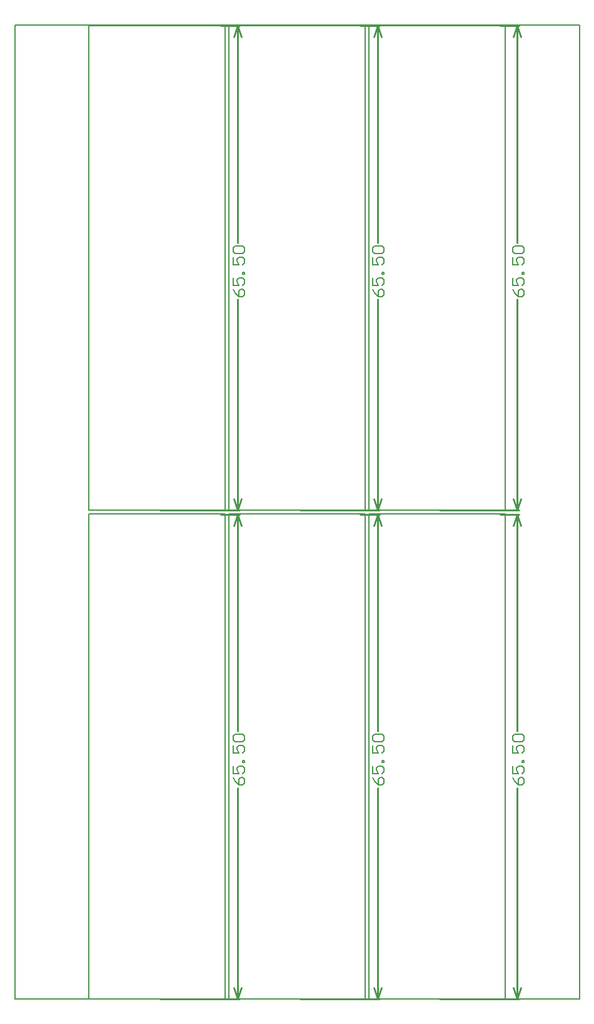
<source format=gm1>
G04*
G04 #@! TF.GenerationSoftware,Altium Limited,Altium Designer,18.1.9 (240)*
G04*
G04 Layer_Color=16711935*
%FSAX25Y25*%
%MOIN*%
G70*
G01*
G75*
%ADD43C,0.00787*%
%ADD66C,0.01000*%
%ADD67C,0.00600*%
D43*
X0243500Y0617500D02*
X0243500Y0099000D01*
X0243500Y0617500D02*
X0544500D01*
X0544500Y0099000D01*
X0243500D02*
X0544500D01*
X0283000Y0099000D02*
X0355598D01*
Y0357181D01*
X0283000D02*
X0355598D01*
X0283000Y0099000D02*
Y0357181D01*
X0357567Y0099000D02*
X0430165D01*
Y0357181D01*
X0357567D02*
X0430165D01*
X0357567Y0099000D02*
Y0357181D01*
X0432134Y0099000D02*
X0504732D01*
Y0357181D01*
X0432134D02*
X0504732D01*
X0432134Y0099000D02*
Y0357181D01*
X0283000Y0359149D02*
X0355598D01*
Y0617330D01*
X0283000D02*
X0355598D01*
X0283000Y0359149D02*
Y0617330D01*
X0357567Y0359149D02*
X0430165D01*
Y0617330D01*
X0357567D02*
X0430165D01*
X0357567Y0359149D02*
Y0617330D01*
X0432134Y0359149D02*
X0504732D01*
Y0617330D01*
X0432134D02*
X0504732D01*
X0432134Y0359149D02*
Y0617330D01*
D66*
X0353118Y0356913D02*
X0363173D01*
X0320835Y0099039D02*
X0363173D01*
X0362173Y0241472D02*
Y0356913D01*
Y0099039D02*
Y0211281D01*
X0360173Y0350913D02*
X0362173Y0356913D01*
X0364173Y0350913D01*
X0362173Y0099039D02*
X0364173Y0105039D01*
X0360173D02*
X0362173Y0099039D01*
X0427685Y0356913D02*
X0437740D01*
X0395402Y0099039D02*
X0437740D01*
X0436740Y0241472D02*
Y0356913D01*
Y0099039D02*
Y0211281D01*
X0434740Y0350913D02*
X0436740Y0356913D01*
X0438740Y0350913D01*
X0436740Y0099039D02*
X0438740Y0105039D01*
X0434740D02*
X0436740Y0099039D01*
X0502252Y0356913D02*
X0512307D01*
X0469969Y0099039D02*
X0512307D01*
X0511307Y0241472D02*
Y0356913D01*
Y0099039D02*
Y0211281D01*
X0509307Y0350913D02*
X0511307Y0356913D01*
X0513307Y0350913D01*
X0511307Y0099039D02*
X0513307Y0105039D01*
X0509307D02*
X0511307Y0099039D01*
X0353118Y0617063D02*
X0363173D01*
X0320835Y0359189D02*
X0363173D01*
X0362173Y0501621D02*
Y0617063D01*
Y0359189D02*
Y0471430D01*
X0360173Y0611063D02*
X0362173Y0617063D01*
X0364173Y0611063D01*
X0362173Y0359189D02*
X0364173Y0365189D01*
X0360173D02*
X0362173Y0359189D01*
X0427685Y0617063D02*
X0437740D01*
X0395402Y0359189D02*
X0437740D01*
X0436740Y0501621D02*
Y0617063D01*
Y0359189D02*
Y0471430D01*
X0434740Y0611063D02*
X0436740Y0617063D01*
X0438740Y0611063D01*
X0436740Y0359189D02*
X0438740Y0365189D01*
X0434740D02*
X0436740Y0359189D01*
X0502252Y0617063D02*
X0512307D01*
X0469969Y0359189D02*
X0512307D01*
X0511307Y0501621D02*
Y0617063D01*
Y0359189D02*
Y0471430D01*
X0509307Y0611063D02*
X0511307Y0617063D01*
X0513307Y0611063D01*
X0511307Y0359189D02*
X0513307Y0365189D01*
X0509307D02*
X0511307Y0359189D01*
D67*
X0359774Y0216879D02*
X0360774Y0214880D01*
X0362773Y0212881D01*
X0364773D01*
X0365772Y0213880D01*
Y0215880D01*
X0364773Y0216879D01*
X0363773D01*
X0362773Y0215880D01*
Y0212881D01*
X0359774Y0222878D02*
Y0218879D01*
X0362773D01*
X0361773Y0220878D01*
Y0221878D01*
X0362773Y0222878D01*
X0364773D01*
X0365772Y0221878D01*
Y0219879D01*
X0364773Y0218879D01*
X0365772Y0224877D02*
X0364773D01*
Y0225876D01*
X0365772D01*
Y0224877D01*
X0359774Y0233874D02*
Y0229875D01*
X0362773D01*
X0361773Y0231875D01*
Y0232874D01*
X0362773Y0233874D01*
X0364773D01*
X0365772Y0232874D01*
Y0230875D01*
X0364773Y0229875D01*
X0360774Y0235873D02*
X0359774Y0236873D01*
Y0238872D01*
X0360774Y0239872D01*
X0364773D01*
X0365772Y0238872D01*
Y0236873D01*
X0364773Y0235873D01*
X0360774D01*
X0434341Y0216879D02*
X0435341Y0214880D01*
X0437340Y0212881D01*
X0439339D01*
X0440339Y0213880D01*
Y0215880D01*
X0439339Y0216879D01*
X0438340D01*
X0437340Y0215880D01*
Y0212881D01*
X0434341Y0222878D02*
Y0218879D01*
X0437340D01*
X0436341Y0220878D01*
Y0221878D01*
X0437340Y0222878D01*
X0439339D01*
X0440339Y0221878D01*
Y0219879D01*
X0439339Y0218879D01*
X0440339Y0224877D02*
X0439339D01*
Y0225876D01*
X0440339D01*
Y0224877D01*
X0434341Y0233874D02*
Y0229875D01*
X0437340D01*
X0436341Y0231875D01*
Y0232874D01*
X0437340Y0233874D01*
X0439339D01*
X0440339Y0232874D01*
Y0230875D01*
X0439339Y0229875D01*
X0435341Y0235873D02*
X0434341Y0236873D01*
Y0238872D01*
X0435341Y0239872D01*
X0439339D01*
X0440339Y0238872D01*
Y0236873D01*
X0439339Y0235873D01*
X0435341D01*
X0508908Y0216879D02*
X0509908Y0214880D01*
X0511907Y0212881D01*
X0513906D01*
X0514906Y0213880D01*
Y0215880D01*
X0513906Y0216879D01*
X0512907D01*
X0511907Y0215880D01*
Y0212881D01*
X0508908Y0222878D02*
Y0218879D01*
X0511907D01*
X0510907Y0220878D01*
Y0221878D01*
X0511907Y0222878D01*
X0513906D01*
X0514906Y0221878D01*
Y0219879D01*
X0513906Y0218879D01*
X0514906Y0224877D02*
X0513906D01*
Y0225876D01*
X0514906D01*
Y0224877D01*
X0508908Y0233874D02*
Y0229875D01*
X0511907D01*
X0510907Y0231875D01*
Y0232874D01*
X0511907Y0233874D01*
X0513906D01*
X0514906Y0232874D01*
Y0230875D01*
X0513906Y0229875D01*
X0509908Y0235873D02*
X0508908Y0236873D01*
Y0238872D01*
X0509908Y0239872D01*
X0513906D01*
X0514906Y0238872D01*
Y0236873D01*
X0513906Y0235873D01*
X0509908D01*
X0359774Y0477029D02*
X0360774Y0475029D01*
X0362773Y0473030D01*
X0364773D01*
X0365772Y0474030D01*
Y0476029D01*
X0364773Y0477029D01*
X0363773D01*
X0362773Y0476029D01*
Y0473030D01*
X0359774Y0483027D02*
Y0479028D01*
X0362773D01*
X0361773Y0481027D01*
Y0482027D01*
X0362773Y0483027D01*
X0364773D01*
X0365772Y0482027D01*
Y0480028D01*
X0364773Y0479028D01*
X0365772Y0485026D02*
X0364773D01*
Y0486026D01*
X0365772D01*
Y0485026D01*
X0359774Y0494023D02*
Y0490025D01*
X0362773D01*
X0361773Y0492024D01*
Y0493023D01*
X0362773Y0494023D01*
X0364773D01*
X0365772Y0493023D01*
Y0491024D01*
X0364773Y0490025D01*
X0360774Y0496023D02*
X0359774Y0497022D01*
Y0499022D01*
X0360774Y0500021D01*
X0364773D01*
X0365772Y0499022D01*
Y0497022D01*
X0364773Y0496023D01*
X0360774D01*
X0434341Y0477029D02*
X0435341Y0475029D01*
X0437340Y0473030D01*
X0439339D01*
X0440339Y0474030D01*
Y0476029D01*
X0439339Y0477029D01*
X0438340D01*
X0437340Y0476029D01*
Y0473030D01*
X0434341Y0483027D02*
Y0479028D01*
X0437340D01*
X0436341Y0481027D01*
Y0482027D01*
X0437340Y0483027D01*
X0439339D01*
X0440339Y0482027D01*
Y0480028D01*
X0439339Y0479028D01*
X0440339Y0485026D02*
X0439339D01*
Y0486026D01*
X0440339D01*
Y0485026D01*
X0434341Y0494023D02*
Y0490025D01*
X0437340D01*
X0436341Y0492024D01*
Y0493023D01*
X0437340Y0494023D01*
X0439339D01*
X0440339Y0493023D01*
Y0491024D01*
X0439339Y0490025D01*
X0435341Y0496023D02*
X0434341Y0497022D01*
Y0499022D01*
X0435341Y0500021D01*
X0439339D01*
X0440339Y0499022D01*
Y0497022D01*
X0439339Y0496023D01*
X0435341D01*
X0508908Y0477029D02*
X0509908Y0475029D01*
X0511907Y0473030D01*
X0513906D01*
X0514906Y0474030D01*
Y0476029D01*
X0513906Y0477029D01*
X0512907D01*
X0511907Y0476029D01*
Y0473030D01*
X0508908Y0483027D02*
Y0479028D01*
X0511907D01*
X0510907Y0481027D01*
Y0482027D01*
X0511907Y0483027D01*
X0513906D01*
X0514906Y0482027D01*
Y0480028D01*
X0513906Y0479028D01*
X0514906Y0485026D02*
X0513906D01*
Y0486026D01*
X0514906D01*
Y0485026D01*
X0508908Y0494023D02*
Y0490025D01*
X0511907D01*
X0510907Y0492024D01*
Y0493023D01*
X0511907Y0494023D01*
X0513906D01*
X0514906Y0493023D01*
Y0491024D01*
X0513906Y0490025D01*
X0509908Y0496023D02*
X0508908Y0497022D01*
Y0499022D01*
X0509908Y0500021D01*
X0513906D01*
X0514906Y0499022D01*
Y0497022D01*
X0513906Y0496023D01*
X0509908D01*
M02*

</source>
